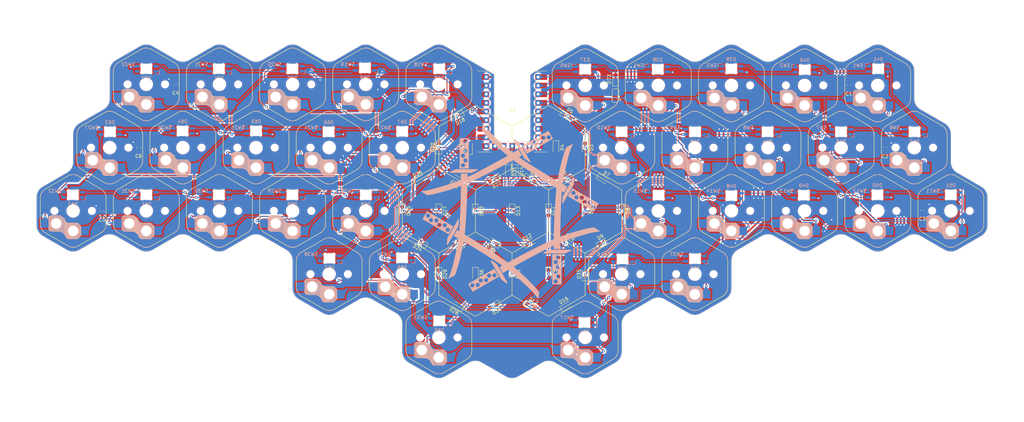
<source format=kicad_pcb>
(kicad_pcb (version 20221018) (generator pcbnew)

  (general
    (thickness 1.6)
  )

  (paper "A4")
  (layers
    (0 "F.Cu" signal)
    (31 "B.Cu" signal)
    (32 "B.Adhes" user "B.Adhesive")
    (33 "F.Adhes" user "F.Adhesive")
    (34 "B.Paste" user)
    (35 "F.Paste" user)
    (36 "B.SilkS" user "B.Silkscreen")
    (37 "F.SilkS" user "F.Silkscreen")
    (38 "B.Mask" user)
    (39 "F.Mask" user)
    (40 "Dwgs.User" user "User.Drawings")
    (41 "Cmts.User" user "User.Comments")
    (42 "Eco1.User" user "User.Eco1")
    (43 "Eco2.User" user "User.Eco2")
    (44 "Edge.Cuts" user)
    (45 "Margin" user)
    (46 "B.CrtYd" user "B.Courtyard")
    (47 "F.CrtYd" user "F.Courtyard")
    (48 "B.Fab" user)
    (49 "F.Fab" user)
    (50 "User.1" user)
    (51 "User.2" user)
    (52 "User.3" user)
    (53 "User.4" user)
    (54 "User.5" user)
    (55 "User.6" user)
    (56 "User.7" user)
    (57 "User.8" user)
    (58 "User.9" user)
  )

  (setup
    (pad_to_mask_clearance 0)
    (pcbplotparams
      (layerselection 0x00010fc_ffffffff)
      (plot_on_all_layers_selection 0x0000000_00000000)
      (disableapertmacros false)
      (usegerberextensions true)
      (usegerberattributes false)
      (usegerberadvancedattributes false)
      (creategerberjobfile false)
      (dashed_line_dash_ratio 12.000000)
      (dashed_line_gap_ratio 3.000000)
      (svgprecision 4)
      (plotframeref false)
      (viasonmask false)
      (mode 1)
      (useauxorigin false)
      (hpglpennumber 1)
      (hpglpenspeed 20)
      (hpglpendiameter 15.000000)
      (dxfpolygonmode true)
      (dxfimperialunits true)
      (dxfusepcbnewfont true)
      (psnegative false)
      (psa4output false)
      (plotreference true)
      (plotvalue true)
      (plotinvisibletext false)
      (sketchpadsonfab false)
      (subtractmaskfromsilk true)
      (outputformat 1)
      (mirror false)
      (drillshape 0)
      (scaleselection 1)
      (outputdirectory "production-files")
    )
  )

  (net 0 "")
  (net 1 "Net-(D35-A)")
  (net 2 "r1")
  (net 3 "Net-(D1-A)")
  (net 4 "r2")
  (net 5 "Net-(D2-A)")
  (net 6 "Net-(D3-A)")
  (net 7 "Net-(D4-A)")
  (net 8 "Net-(D5-A)")
  (net 9 "r3")
  (net 10 "Net-(D6-A)")
  (net 11 "r4")
  (net 12 "Net-(D7-A)")
  (net 13 "Net-(D8-A)")
  (net 14 "Net-(D9-A)")
  (net 15 "Net-(D10-A)")
  (net 16 "r5")
  (net 17 "Net-(D11-A)")
  (net 18 "r6")
  (net 19 "Net-(D12-A)")
  (net 20 "Net-(D13-A)")
  (net 21 "Net-(D14-A)")
  (net 22 "Net-(D15-A)")
  (net 23 "Net-(D16-A)")
  (net 24 "Net-(D17-A)")
  (net 25 "Net-(D18-A)")
  (net 26 "Net-(D19-A)")
  (net 27 "Net-(D20-A)")
  (net 28 "Net-(D21-A)")
  (net 29 "Net-(D22-A)")
  (net 30 "Net-(D23-A)")
  (net 31 "Net-(D24-A)")
  (net 32 "Net-(D25-A)")
  (net 33 "Net-(D26-A)")
  (net 34 "Net-(D27-A)")
  (net 35 "Net-(D28-A)")
  (net 36 "Net-(D29-A)")
  (net 37 "Net-(D30-A)")
  (net 38 "Net-(D31-A)")
  (net 39 "Net-(D32-A)")
  (net 40 "Net-(D33-A)")
  (net 41 "Net-(D34-A)")
  (net 42 "Net-(D36-A)")
  (net 43 "c1")
  (net 44 "c2")
  (net 45 "c3")
  (net 46 "c6")
  (net 47 "c4")
  (net 48 "c5")
  (net 49 "Net-(D37-DOUT)")
  (net 50 "rgb")
  (net 51 "Net-(D38-DOUT)")
  (net 52 "Net-(D39-DOUT)")
  (net 53 "Net-(D40-DOUT)")
  (net 54 "Net-(D41-DOUT)")
  (net 55 "Net-(D42-DOUT)")
  (net 56 "Net-(D43-DOUT)")
  (net 57 "Net-(D44-DOUT)")
  (net 58 "Net-(D45-DOUT)")
  (net 59 "Net-(D46-DOUT)")
  (net 60 "Net-(D47-DOUT)")
  (net 61 "Net-(D48-DOUT)")
  (net 62 "Net-(D49-DOUT)")
  (net 63 "Net-(D50-DOUT)")
  (net 64 "Net-(D51-DOUT)")
  (net 65 "Net-(D52-DOUT)")
  (net 66 "Net-(D53-DOUT)")
  (net 67 "Net-(D54-DOUT)")
  (net 68 "Net-(D55-DOUT)")
  (net 69 "Net-(D56-DOUT)")
  (net 70 "Net-(D57-DOUT)")
  (net 71 "Net-(D58-DOUT)")
  (net 72 "Net-(D59-DOUT)")
  (net 73 "Net-(D60-DOUT)")
  (net 74 "Net-(D61-DOUT)")
  (net 75 "Net-(D62-DOUT)")
  (net 76 "Net-(D63-DOUT)")
  (net 77 "Net-(D64-DOUT)")
  (net 78 "Net-(D65-DOUT)")
  (net 79 "Net-(D66-DOUT)")
  (net 80 "Net-(D67-DOUT)")
  (net 81 "Net-(D68-DOUT)")
  (net 82 "Net-(D69-DOUT)")
  (net 83 "Net-(D70-DOUT)")
  (net 84 "Net-(D71-DOUT)")
  (net 85 "unconnected-(D72-DOUT-Pad2)")
  (net 86 "+5V")
  (net 87 "GND")
  (net 88 "unconnected-(U2-3V3-Pad3)")
  (net 89 "unconnected-(U2-GP13-Pad19)")
  (net 90 "Net-(D37-VDD)")
  (net 91 "unconnected-(U2-GP11-Pad21)")
  (net 92 "unconnected-(U2-GP14-Pad9)")
  (net 93 "unconnected-(U2-GP5-Pad15)")
  (net 94 "c3p")
  (net 95 "unconnected-(U2-GP6-Pad16)")
  (net 96 "unconnected-(U2-GP7-Pad17)")
  (net 97 "Net-(D73-K)")

  (footprint "Diode_SMD:D_SOD-323_HandSoldering" (layer "F.Cu") (at 129 80.684708 -90))

  (footprint "Diode_SMD:D_SOD-323_HandSoldering" (layer "F.Cu") (at 145.125 89.994482 30))

  (footprint "Diode_SMD:D_SOD-323_HandSoldering" (layer "F.Cu") (at 166.625 71.374934 -30))

  (footprint "Jumper:SolderJumper-3_P1.3mm_Open_RoundedPad1.0x1.5mm" (layer "F.Cu") (at 170.18 46.736 90))

  (footprint "Capacitor_SMD:C_0603_1608Metric_Pad1.08x0.95mm_HandSolder" (layer "F.Cu") (at 238.76 43.688 90))

  (footprint "Capacitor_SMD:C_0603_1608Metric_Pad1.08x0.95mm_HandSolder" (layer "F.Cu") (at 249.428 61.976 90))

  (footprint "Diode_SMD:D_SOD-323_HandSoldering" (layer "F.Cu") (at 152.654 62.06516 -90))

  (footprint "Diode_SMD:D_SOD-323_HandSoldering" (layer "F.Cu") (at 129 99.304256 -90))

  (footprint "Diode_SMD:D_SOD-323_HandSoldering" (layer "F.Cu") (at 161.29 99.304256 90))

  (footprint "RP2040-Zero:RP2040 Zero" (layer "F.Cu") (at 129.66 64.262))

  (footprint "Capacitor_SMD:C_0603_1608Metric_Pad1.08x0.95mm_HandSolder" (layer "F.Cu") (at 29.972 62.0765 90))

  (footprint "Capacitor_SMD:C_0603_1608Metric_Pad1.08x0.95mm_HandSolder" (layer "F.Cu") (at 19.304 80.772 90))

  (footprint "Diode_SMD:D_SOD-323_HandSoldering" (layer "F.Cu") (at 123.625 108.61403 150))

  (footprint "Capacitor_SMD:C_0603_1608Metric_Pad1.08x0.95mm_HandSolder" (layer "F.Cu") (at 40.894 43.434 90))

  (footprint "Diode_SMD:D_SOD-323_HandSoldering" (layer "F.Cu") (at 118.25 99.304256 -90))

  (footprint "Capacitor_SMD:C_0603_1608Metric_Pad1.08x0.95mm_HandSolder" (layer "F.Cu") (at 260.35 80.518 90))

  (footprint "Diode_SMD:D_SOD-323_HandSoldering" (layer "F.Cu") (at 112.875 89.994482 150))

  (footprint "Diode_SMD:D_SOD-323_HandSoldering" (layer "F.Cu") (at 123.625 89.994482 -150))

  (footprint "Diode_SMD:D_SOD-323_HandSoldering" (layer "F.Cu") (at 134.375 71.374934 -150))

  (footprint "Diode_SMD:D_SOD-323_HandSoldering" (layer "F.Cu") (at 172 80.684708 -90))

  (footprint "Diode_SMD:D_SOD-323_HandSoldering" (layer "F.Cu") (at 134.375 108.61403 -150))

  (footprint "Diode_SMD:D_SOD-323_HandSoldering" (layer "F.Cu") (at 134.375 89.994482 150))

  (footprint "Diode_SMD:D_SOD-323_HandSoldering" (layer "F.Cu") (at 118.25 61.976 90))

  (footprint "Diode_SMD:D_SOD-323_HandSoldering" (layer "F.Cu") (at 145.125 71.374 -30))

  (footprint "Diode_SMD:D_SOD-323_HandSoldering" (layer "F.Cu") (at 123.625 52.755386 -150))

  (footprint "Diode_SMD:D_SOD-323_HandSoldering" (layer "F.Cu") (at 161.25 62.06516 -90))

  (footprint "Diode_SMD:D_SOD-323_HandSoldering" (layer "F.Cu") (at 123.625 71.374 150))

  (footprint "Diode_SMD:D_SOD-323_HandSoldering" (layer "F.Cu") (at 155.875 108.61403 30))

  (footprint "Diode_SMD:D_SOD-323_HandSoldering" (layer "F.Cu") (at 155.875 52.755386 -30))

  (footprint "Diode_SMD:D_SOD-323_HandSoldering" (layer "F.Cu") (at 155.956 89.994482 -30))

  (footprint "Diode_SMD:D_SOD-323_HandSoldering" (layer "F.Cu") (at 139.75 80.684708 -90))

  (footprint "Diode_SMD:D_SOD-323_HandSoldering" (layer "F.Cu") (at 155.875 71.374 30))

  (footprint "Diode_SMD:D_SOD-323_HandSoldering" (layer "F.Cu") (at 139.75 99.304256 -90))

  (footprint "Diode_SMD:D_SOD-323_HandSoldering" (layer "F.Cu") (at 161.25 80.684708 -90))

  (footprint "Diode_SMD:D_SOD-323_HandSoldering" (layer "F.Cu") (at 112.875 71.374934 30))

  (footprint "Diode_SMD:D_SOD-323_HandSoldering" (layer "F.Cu") (at 107.5 80.684708 -90))

  (footprint "Diode_SMD:D_SOD-323_HandSoldering" (layer "F.Cu") (at 150.5 99.304256 -90))

  (footprint "Diode_SMD:D_SOD-323_HandSoldering" (layer "F.Cu") (at 170.18 41.91 90))

  (footprint "Diode_SMD:D_SOD-323_HandSoldering" (layer "F.Cu") (at 138.684 69.088 -90))

  (footprint "Diode_SMD:D_SOD-323_HandSoldering" (layer "F.Cu") (at 166.625 89.994482 30))

  (footprint "Diode_SMD:D_SOD-323_HandSoldering" (layer "F.Cu") (at 127.254 62.06516 90))

  (footprint "Diode_SMD:D_SOD-323_HandSoldering" (layer "F.Cu") (at 118.25 80.684708 -90))

  (footprint "Diode_SMD:D_SOD-323_HandSoldering" (layer "F.Cu") (at 150.5 80.684708 -90))

  (footprint "Diode_SMD:D_SOD-323_HandSoldering" (layer "F.Cu") (at 145.125 108.712 -30))

  (footprint "Diode_SMD:D_SOD-323_HandSoldering" (layer "F.Cu") (at 140.716 69.088 -90))

  (footprint "s-ol:PG1350_hotswap" (layer "B.Cu")
    (tstamp 04323803-c4f9-4e47-a76c-5badce4262c8)
    (at 172 99.304256 180)
    (property "Sheetfile" "hexatana.kicad_sch")
    (property "Sheetname" "")
    (property "ki_description" "Push button switch, generic, two pins")
    (property "ki_keywords" "switch normally-open pushbutton push-button")
    (path "/0cbd76d5-1e09-4c2e-9c96-066bbe00a10c")
    (attr smd)
    (fp_text reference "SW16" (at 7.4 5.9 unlocked) (layer "B.SilkS")
        (effects (font (size 1 1) (thickness 0.15)) (justify right mirror))
      (tstamp d4aa5a9c-082f-43af-89fa-3d93608cf7bb)
    )
    (fp_text value "SW_Push" (at -0.35 -1.9 unlocked) (layer "F.Fab")
        (effects (font (size 1 1) (thickness 0.15)))
      (tstamp 394743fd-1b75-4853-81e0-43da4f98cda7)
    )
    (fp_line (start -2.3 -4.575) (end -2.3 -7.225)
      (stroke (width 0.15) (type solid)) (layer "B.SilkS") (tstamp 2a724319-fbc1-4995-82c9-07a843de3d9c))
    (fp_line (start -2.15 -7.35) (end -2.15 -4.45)
      (stroke (width 0.15) (type solid)) (layer "B.SilkS") (tstamp 38786cef-ff7d-45af-bf99-ca72fcbce358))
    (fp_line (start -2.05 -7.45) (end -2.05 -4.35)
      (stroke (width 0.15) (type solid)) (layer "B.SilkS") (tstamp 5a831083-fb38-4593-8439-9318dc4c907b))
    (fp_line (start -1.95 -7.55) (end -1.95 -4.25)
      (stroke (width 0.15) (type solid)) (layer "B.SilkS") (tstamp b036be2e-6e36-4657-970d-21ed2ec45544))
    (fp_line (start -1.85 -7.65) (end -1.85 -4.15)
      (stroke (width 0.15) (type solid)) (layer "B.SilkS") (tstamp a6b14adc-5f44-459d-a31c-ce8a4301746b))
    (fp_line (start -1.7 -7.8) (end -1.7 -4)
      (stroke (width 0.15) (type solid)) (layer "B.SilkS") (tstamp 32b2e37f-4639-4133-8935-bddff8c5e82a))
    (fp_line (start -1.55 -7.95) (end -1.55 -3.85)
      (stroke (width 0.15) (type solid)) (layer "B.SilkS") (tstamp c51c56ce-520b-41c3-af98-77783d5394e0))
    (fp_line (start -1.4 -8.1) (end -1.4 -3.7)
      (stroke (width 0.15) (type solid)) (layer "B.SilkS") (tstamp 5f385d9c-4a5a-4a7c-b162-00b95d3b8e41))
    (fp_line (start -1.3 -8.225) (end -2.325 -7.2)
      (stroke (width 0.15) (type solid)) (layer "B.SilkS") (tstamp 9d994597-0e6b-4604-a3bd-f7a2606325bd))
    (fp_line (start -1.3 -8.225) (end 1.3 -8.225)
      (stroke (width 0.15) (type solid)) (layer "B.SilkS") (tstamp 75a97f0a-5c81-4573-8f0f-9a846827be2f))
    (fp_line (start -1.3 -3.575) (end -2.325 -4.6)
      (stroke (width 0.15) (type solid)) (layer "B.SilkS") (tstamp 01e9e4ab-1b0a-4f6c-969f-1066b07fc6d7))
    (fp_line (start -1.3 -3.575) (end 1.275 -3.575)
      (stroke (width 0.15) (type solid)) (layer "B.SilkS") (tstamp 78b2e8e0-d4b6-4bc4-8e10-ef60363af077))
    (fp_line (start -1.25 -8.2) (end -1.25 -3.6)
      (stroke (width 0.15) (type solid)) (layer "B.SilkS") (tstamp f5a40bbe-9aeb-44fb-b919-1489292e0ad0))
    (fp_line (start -1.1 -8.2) (end -1.1 -3.6)
      (stroke (width 0.15) (type solid)) (layer "B.SilkS") (tstamp a4b01927-2065-409c-8559-6149e3d0d074))
    (fp_line (start -0.95 -8.2) (end -0.95 -3.6)
      (stroke (width 0.15) (type solid)) (layer "B.SilkS") (tstamp 6b4f7044-0aa2-42ed-92a8-ed61703dc63c))
    (fp_line (start -0.9 -8.1) (end -0.9 -3.65)
      (stroke (width 0.12) (type solid)) (layer "B.SilkS") (tstamp 7cd437be-06d8-4290-905b-3ffb8523a5ed))
    (fp_line (start -0.9 -3.65) (end 1.8 -7.95)
      (stroke (width 0.12) (type solid)) (layer "B.SilkS") (tstamp 87b5f5be-a05d-4e6e-a86c-a6f6a26beb1f))
    (fp_line (start -0.8 -8.2) (end -0.8 -3.6)
      (stroke (width 0.15) (type solid)) (layer "B.SilkS") (tstamp c50e0f8a-ed25-43ef-bbcb-4ebc6a8b8032))
    (fp_line (start -0.65 -8.2) (end -0.65 -3.6)
      (stroke (width 0.15) (type solid)) (layer "B.SilkS") (tstamp fd809d14-b6d1-427c-b817-bd61285c9e55))
    (fp_line (start -0.5 -8.2) (end -0.5 -3.6)
      (stroke (width 0.15) (type solid)) (layer "B.SilkS") (tstamp daac75ea-d046-4756-b4e0-01e3a2e64972))
    (fp_line (start -0.35 -8.2) (end -0.35 -3.6)
      (stroke (width 0.15) (type solid)) (layer "B.SilkS") (tstamp 088498dd-5fe7-4846-a189-a62d894b4a3b))
    (fp_line (start -0.2 -8.2) (end -0.2 -3.6)
      (stroke (width 0.15) (type solid)) (layer "B.SilkS") (tstamp 13805562-c091-4959-a8e4-6fda3e0b5d49))
    (fp_line (start -0.05 -8.2) (end -0.05 -3.6)
      (stroke (width 0.15) (type solid)) (layer "B.SilkS") (tstamp 1ce104d3-ca2c-4351-9792-25a66df17674))
    (fp_line (start 0.1 -8.2) (end 0.1 -3.6)
      (stroke (width 0.15) (type solid)) (layer "B.SilkS") (tstamp 345a4c3a-e937-492f-a504-324bfe8c4b38))
    (fp_line (start 0.25 -8.2) (end 0.25 -3.6)
      (stroke (width 0.15) (type solid)) (layer "B.SilkS") (tstamp 34b159ff-895c-437f-ba5c-dcb8aba8dd54))
    (
... [5450282 chars truncated]
</source>
